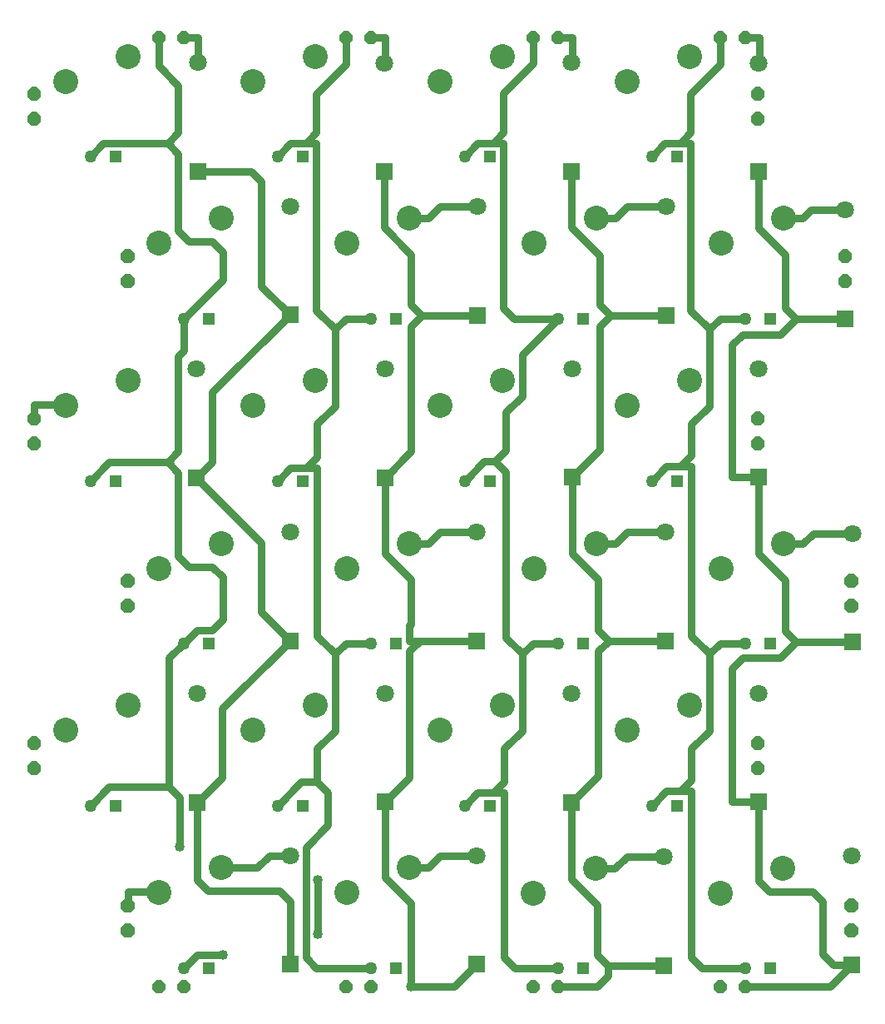
<source format=gbl>
G04 DipTrace 2.1.9.3*
%INBottom.gbr*%
%MOIN*%
%ADD13C,0.03*%
%ADD14C,0.1*%
%ADD15R,0.0709X0.0709*%
%ADD16C,0.0709*%
%ADD17C,0.05*%
%ADD18R,0.05X0.05*%
%ADD19C,0.04*%
%FSLAX44Y44*%
%SFA1B1*%
%OFA0B0*%
G04*
G70*
G90*
G75*
G01*
%LNBottom*%
%LPD*%
X7053Y37503D2*
D13*
Y38500D1*
X6500D1*
X14525Y37475D2*
X14553Y37503D1*
Y38500D1*
X14000D1*
X22025Y37500D2*
X22053Y37528D1*
Y38500D1*
X21500D1*
X29525Y37475D2*
X29553Y37503D1*
Y38500D1*
X29000D1*
X23025Y18250D2*
X23805D1*
X24255Y18700D1*
X25800D1*
X8000Y5275D2*
X9448D1*
X9923Y5750D1*
X10750D1*
X29525Y33125D2*
Y30872D1*
X30590Y29807D1*
Y27680D1*
X31020Y27250D1*
X30386Y26616D1*
X28900D1*
X28470Y26186D1*
Y20900D1*
X29525D1*
Y17823D1*
X30590Y16758D1*
Y14730D1*
X31020Y14300D1*
X30386Y13666D1*
X28900D1*
X28470Y13236D1*
Y7900D1*
X29525D1*
X31020Y27250D2*
X33000D1*
X33275Y1375D2*
X32400Y500D1*
X29000D1*
X29525Y7900D2*
Y4745D1*
X29955Y4315D1*
X31685D1*
X32115Y3885D1*
Y1805D1*
X32545Y1375D1*
X33275D1*
X31020Y14300D2*
X33300D1*
X21500Y500D2*
X23065D1*
X23495Y930D1*
Y1350D1*
X23065Y1780D1*
Y3770D1*
X22025Y4810D1*
Y7875D1*
X22050Y20900D2*
X23160Y22010D1*
Y26945D1*
X23590Y27375D1*
X23160Y27805D1*
Y29772D1*
X22025Y30907D1*
Y33150D1*
X23495Y1350D2*
X25725D1*
X22025Y7875D2*
X23090Y8940D1*
Y13920D1*
X23520Y14350D1*
X23090Y14780D1*
Y16795D1*
X22050Y17835D1*
Y20900D1*
X23590Y27375D2*
X25825D1*
X23520Y14350D2*
X25800D1*
X18225Y1400D2*
X17325Y500D1*
X15590D1*
X14550Y7900D2*
X15530Y8880D1*
Y13920D1*
X15960Y14350D1*
X15530D1*
Y14954D1*
X15590Y15014D1*
Y16795D1*
X14550Y17835D1*
Y20875D1*
X15614Y21939D1*
Y26945D1*
X16044Y27375D1*
X15614Y27805D1*
Y29795D1*
X14525Y30885D1*
Y33125D1*
X16044Y27375D2*
X18275D1*
X15960Y14350D2*
X18225D1*
X15590Y500D2*
Y3820D1*
X14550Y4860D1*
Y7900D1*
X7050Y33150D2*
X9185D1*
X9615Y32720D1*
Y28535D1*
X10750Y27400D1*
X7025Y7875D2*
Y4770D1*
X7455Y4340D1*
X10320D1*
X10750Y3910D1*
Y1400D1*
Y14350D2*
X8030Y11630D1*
Y8880D1*
X7025Y7875D1*
X7000Y20875D2*
X9615Y18260D1*
Y15485D1*
X10750Y14350D1*
Y27400D2*
X7634Y24284D1*
Y21509D1*
X7000Y20875D1*
X15525Y31275D2*
X16305D1*
X16755Y31725D1*
X18275D1*
X23025Y31275D2*
X23805D1*
X24255Y31725D1*
X25825D1*
X30525Y31275D2*
X31305D1*
X31630Y31600D1*
X33000D1*
X15525Y18250D2*
X16305D1*
X16755Y18700D1*
X18225D1*
X30525Y18225D2*
X31305D1*
X31730Y18650D1*
X33300D1*
X15525Y5275D2*
X16305D1*
X16780Y5750D1*
X18225D1*
X23000Y5225D2*
X23780D1*
X24255Y5700D1*
X25725D1*
X1775Y23775D2*
X1747Y23803D1*
X500D1*
Y23250D1*
X5500Y4275D2*
X5472Y4303D1*
X4250D1*
Y3750D1*
X29000Y1250D2*
X27270D1*
X26840Y1680D1*
Y8330D1*
X26410D1*
X26840Y8760D1*
Y10033D1*
X27555Y10748D1*
Y13820D1*
X26840Y14535D1*
Y21330D1*
X26410D1*
X26840Y21760D1*
Y23033D1*
X27555Y23748D1*
Y26820D1*
X26815Y27560D1*
Y34280D1*
X26385D1*
X26815Y34710D1*
Y36249D1*
X28000Y37434D1*
Y38500D1*
X26410Y8330D2*
X25830D1*
X25250Y7750D1*
X26410Y21330D2*
X25830D1*
X25250Y20750D1*
X26385Y34280D2*
X25780D1*
X25250Y33750D1*
X27555Y13820D2*
X27985Y14250D1*
X29000D1*
X27555Y26820D2*
X27985Y27250D1*
X29000D1*
X21500Y1250D2*
X19770D1*
X19340Y1680D1*
Y8280D1*
X18910D1*
X19340Y8710D1*
Y10033D1*
X20055Y10748D1*
Y13820D1*
X19410Y14465D1*
Y21104D1*
X18980Y21534D1*
X19410Y21964D1*
Y23498D1*
X20055Y24143D1*
Y25805D1*
X21500Y27250D1*
X18980Y21534D2*
X18534D1*
X17750Y20750D1*
X18910Y8280D2*
X18280D1*
X17750Y7750D1*
X21500Y27250D2*
X19745D1*
X19315Y27680D1*
Y34280D1*
X18885D1*
X19315Y34710D1*
Y36274D1*
X20500Y37459D1*
Y38500D1*
X20055Y13820D2*
X20485Y14250D1*
X21500D1*
X18885Y34280D2*
X18280D1*
X17750Y33750D1*
X14000Y1250D2*
X11814D1*
X11384Y1680D1*
Y6079D1*
X12270Y6964D1*
Y8280D1*
X11840Y8710D1*
Y10033D1*
X12555Y10748D1*
Y13820D1*
X11840Y14535D1*
Y21280D1*
X11410D1*
X11840Y21710D1*
Y23033D1*
X12555Y23748D1*
Y26820D1*
X11815Y27560D1*
Y34280D1*
X11385D1*
X11815Y34710D1*
Y36249D1*
X13000Y37434D1*
Y38500D1*
X11840Y8710D2*
X11210D1*
X10250Y7750D1*
X11410Y21280D2*
X10780D1*
X10250Y20750D1*
X11385Y34280D2*
X10780D1*
X10250Y33750D1*
X12555Y13820D2*
X12985Y14250D1*
X14000D1*
X12555Y26820D2*
X12985Y27250D1*
X14000D1*
X2750Y20750D2*
X3509Y21509D1*
X5850D1*
X6280Y21939D1*
Y25750D1*
X6500Y25970D1*
Y27250D1*
X5850Y21509D2*
X6280Y21079D1*
Y17745D1*
X6710Y17315D1*
X7635D1*
X8065Y16885D1*
Y15210D1*
X7635Y14780D1*
X7030D1*
X6500Y14250D1*
Y1250D2*
X7030Y1780D1*
X8080D1*
X11864Y4755D2*
Y2610D1*
X6500Y14250D2*
X5911Y13661D1*
Y8509D1*
X3509D1*
X2750Y7750D1*
X6500Y27250D2*
X8065Y28815D1*
Y29910D1*
X7635Y30340D1*
X6710D1*
X6280Y30770D1*
Y33850D1*
X5850Y34280D1*
X6280Y34710D1*
Y36580D1*
X5500Y37360D1*
Y38500D1*
X5850Y34280D2*
X3280D1*
X2750Y33750D1*
X5911Y8509D2*
X6341Y8079D1*
Y6105D1*
D19*
X15590Y500D3*
X8080Y1780D3*
X11864Y2610D3*
Y4755D3*
X6341Y6105D3*
D14*
X1750Y36750D3*
X4250Y37750D3*
X9250Y36750D3*
X11750Y37750D3*
X16750Y36750D3*
X19250Y37750D3*
X24250Y36750D3*
X26750Y37750D3*
D15*
X7050Y33150D3*
D16*
Y37500D3*
D15*
X14525Y33125D3*
D16*
Y37475D3*
D15*
X22025Y33150D3*
D16*
Y37500D3*
D15*
X29525Y33125D3*
D16*
Y37475D3*
D14*
X5500Y30275D3*
X8000Y31275D3*
X13025Y30275D3*
X15525Y31275D3*
X20525Y30275D3*
X23025Y31275D3*
X28025Y30275D3*
X30525Y31275D3*
D15*
X10750Y27400D3*
D16*
Y31750D3*
D15*
X18275Y27375D3*
D16*
Y31725D3*
D15*
X25825Y27375D3*
D16*
Y31725D3*
D15*
X33000Y27250D3*
D16*
Y31600D3*
D14*
X1775Y23775D3*
X4275Y24775D3*
X9275Y23775D3*
X11775Y24775D3*
X16775Y23775D3*
X19275Y24775D3*
X24275Y23775D3*
X26775Y24775D3*
D15*
X7000Y20875D3*
D16*
Y25225D3*
D15*
X14550Y20875D3*
D16*
Y25225D3*
D15*
X22050Y20900D3*
D16*
Y25250D3*
D15*
X29525Y20900D3*
D16*
Y25250D3*
D14*
X5500Y17250D3*
X8000Y18250D3*
X13025Y17250D3*
X15525Y18250D3*
X20525Y17250D3*
X23025Y18250D3*
X28025Y17225D3*
X30525Y18225D3*
D15*
X10750Y14350D3*
D16*
Y18700D3*
D15*
X18225Y14350D3*
D16*
Y18700D3*
D15*
X25800Y14350D3*
D16*
Y18700D3*
D15*
X33300Y14300D3*
D16*
Y18650D3*
D14*
X1775Y10775D3*
X4275Y11775D3*
X9275Y10775D3*
X11775Y11775D3*
X16775Y10775D3*
X19275Y11775D3*
X24275Y10775D3*
X26775Y11775D3*
D15*
X7025Y7875D3*
D16*
Y12225D3*
D15*
X14550Y7900D3*
D16*
Y12250D3*
D15*
X22025Y7875D3*
D16*
Y12225D3*
D15*
X29525Y7900D3*
D16*
Y12250D3*
D14*
X5500Y4275D3*
X8000Y5275D3*
X13025Y4275D3*
X15525Y5275D3*
X20500Y4225D3*
X23000Y5225D3*
X28000Y4250D3*
X30500Y5250D3*
D15*
X10750Y1400D3*
D16*
Y5750D3*
D15*
X18225Y1400D3*
D16*
Y5750D3*
D15*
X25725Y1350D3*
D16*
Y5700D3*
D15*
X33275Y1375D3*
D16*
Y5725D3*
D17*
X2750Y33750D3*
D18*
X3750D3*
D17*
X10250D3*
D18*
X11250D3*
D17*
X17750D3*
D18*
X18750D3*
D17*
X25250D3*
D18*
X26250D3*
D17*
X6500Y27250D3*
D18*
X7500D3*
D17*
X14000D3*
D18*
X15000D3*
D17*
X21500D3*
D18*
X22500D3*
D17*
X29000D3*
D18*
X30000D3*
D17*
X2750Y20750D3*
D18*
X3750D3*
D17*
X10250D3*
D18*
X11250D3*
D17*
X17750D3*
D18*
X18750D3*
D17*
X25250D3*
D18*
X26250D3*
D17*
X6500Y14250D3*
D18*
X7500D3*
D17*
X14000D3*
D18*
X15000D3*
D17*
X21500D3*
D18*
X22500D3*
D17*
X29000D3*
D18*
X30000D3*
D17*
X2750Y7750D3*
D18*
X3750D3*
D17*
X10250D3*
D18*
X11250D3*
D17*
X17750D3*
D18*
X18750D3*
D17*
X25250D3*
D18*
X26250D3*
D17*
X6500Y1250D3*
D18*
X7500D3*
D17*
X14000D3*
D18*
X15000D3*
D17*
X21500D3*
D18*
X22500D3*
D17*
X29000D3*
D18*
X30000D3*
G36*
X613Y35977D2*
X387D1*
X227Y36137D1*
Y36363D1*
X387Y36523D1*
X613D1*
X773Y36363D1*
Y36137D1*
X613Y35977D1*
G37*
G36*
X33113Y29477D2*
X32887D1*
X32727Y29637D1*
Y29863D1*
X32887Y30023D1*
X33113D1*
X33273Y29863D1*
Y29637D1*
X33113Y29477D1*
G37*
G36*
X613Y34977D2*
X387D1*
X227Y35137D1*
Y35363D1*
X387Y35523D1*
X613D1*
X773Y35363D1*
Y35137D1*
X613Y34977D1*
G37*
G36*
X29613Y35977D2*
X29387D1*
X29227Y36137D1*
Y36363D1*
X29387Y36523D1*
X29613D1*
X29773Y36363D1*
Y36137D1*
X29613Y35977D1*
G37*
G36*
Y34977D2*
X29387D1*
X29227Y35137D1*
Y35363D1*
X29387Y35523D1*
X29613D1*
X29773Y35363D1*
Y35137D1*
X29613Y34977D1*
G37*
G36*
X33113Y28477D2*
X32887D1*
X32727Y28637D1*
Y28863D1*
X32887Y29023D1*
X33113D1*
X33273Y28863D1*
Y28637D1*
X33113Y28477D1*
G37*
G36*
X29613Y22977D2*
X29387D1*
X29227Y23137D1*
Y23363D1*
X29387Y23523D1*
X29613D1*
X29773Y23363D1*
Y23137D1*
X29613Y22977D1*
G37*
G36*
Y21977D2*
X29387D1*
X29227Y22137D1*
Y22363D1*
X29387Y22523D1*
X29613D1*
X29773Y22363D1*
Y22137D1*
X29613Y21977D1*
G37*
G36*
X33363Y16477D2*
X33137D1*
X32977Y16637D1*
Y16863D1*
X33137Y17023D1*
X33363D1*
X33523Y16863D1*
Y16637D1*
X33363Y16477D1*
G37*
G36*
Y15477D2*
X33137D1*
X32977Y15637D1*
Y15863D1*
X33137Y16023D1*
X33363D1*
X33523Y15863D1*
Y15637D1*
X33363Y15477D1*
G37*
G36*
X29613Y9977D2*
X29387D1*
X29227Y10137D1*
Y10363D1*
X29387Y10523D1*
X29613D1*
X29773Y10363D1*
Y10137D1*
X29613Y9977D1*
G37*
G36*
Y8977D2*
X29387D1*
X29227Y9137D1*
Y9363D1*
X29387Y9523D1*
X29613D1*
X29773Y9363D1*
Y9137D1*
X29613Y8977D1*
G37*
G36*
X33363Y3477D2*
X33137D1*
X32977Y3637D1*
Y3863D1*
X33137Y4023D1*
X33363D1*
X33523Y3863D1*
Y3637D1*
X33363Y3477D1*
G37*
G36*
Y2477D2*
X33137D1*
X32977Y2637D1*
Y2863D1*
X33137Y3023D1*
X33363D1*
X33523Y2863D1*
Y2637D1*
X33363Y2477D1*
G37*
G36*
X5613Y38227D2*
X5387D1*
X5227Y38387D1*
Y38613D1*
X5387Y38773D1*
X5613D1*
X5773Y38613D1*
Y38387D1*
X5613Y38227D1*
G37*
G36*
X6613D2*
X6387D1*
X6227Y38387D1*
Y38613D1*
X6387Y38773D1*
X6613D1*
X6773Y38613D1*
Y38387D1*
X6613Y38227D1*
G37*
G36*
X13113D2*
X12887D1*
X12727Y38387D1*
Y38613D1*
X12887Y38773D1*
X13113D1*
X13273Y38613D1*
Y38387D1*
X13113Y38227D1*
G37*
G36*
X14113D2*
X13887D1*
X13727Y38387D1*
Y38613D1*
X13887Y38773D1*
X14113D1*
X14273Y38613D1*
Y38387D1*
X14113Y38227D1*
G37*
G36*
X20613D2*
X20387D1*
X20227Y38387D1*
Y38613D1*
X20387Y38773D1*
X20613D1*
X20773Y38613D1*
Y38387D1*
X20613Y38227D1*
G37*
G36*
X21613D2*
X21387D1*
X21227Y38387D1*
Y38613D1*
X21387Y38773D1*
X21613D1*
X21773Y38613D1*
Y38387D1*
X21613Y38227D1*
G37*
G36*
X28113D2*
X27887D1*
X27727Y38387D1*
Y38613D1*
X27887Y38773D1*
X28113D1*
X28273Y38613D1*
Y38387D1*
X28113Y38227D1*
G37*
G36*
X29113D2*
X28887D1*
X28727Y38387D1*
Y38613D1*
X28887Y38773D1*
X29113D1*
X29273Y38613D1*
Y38387D1*
X29113Y38227D1*
G37*
G36*
X28113Y227D2*
X27887D1*
X27727Y387D1*
Y613D1*
X27887Y773D1*
X28113D1*
X28273Y613D1*
Y387D1*
X28113Y227D1*
G37*
G36*
X29113D2*
X28887D1*
X28727Y387D1*
Y613D1*
X28887Y773D1*
X29113D1*
X29273Y613D1*
Y387D1*
X29113Y227D1*
G37*
G36*
X21613D2*
X21387D1*
X21227Y387D1*
Y613D1*
X21387Y773D1*
X21613D1*
X21773Y613D1*
Y387D1*
X21613Y227D1*
G37*
G36*
X20613D2*
X20387D1*
X20227Y387D1*
Y613D1*
X20387Y773D1*
X20613D1*
X20773Y613D1*
Y387D1*
X20613Y227D1*
G37*
G36*
X14113D2*
X13887D1*
X13727Y387D1*
Y613D1*
X13887Y773D1*
X14113D1*
X14273Y613D1*
Y387D1*
X14113Y227D1*
G37*
G36*
X13113D2*
X12887D1*
X12727Y387D1*
Y613D1*
X12887Y773D1*
X13113D1*
X13273Y613D1*
Y387D1*
X13113Y227D1*
G37*
G36*
X6613D2*
X6387D1*
X6227Y387D1*
Y613D1*
X6387Y773D1*
X6613D1*
X6773Y613D1*
Y387D1*
X6613Y227D1*
G37*
G36*
X5613D2*
X5387D1*
X5227Y387D1*
Y613D1*
X5387Y773D1*
X5613D1*
X5773Y613D1*
Y387D1*
X5613Y227D1*
G37*
G36*
X4363Y29477D2*
X4137D1*
X3977Y29637D1*
Y29863D1*
X4137Y30023D1*
X4363D1*
X4523Y29863D1*
Y29637D1*
X4363Y29477D1*
G37*
G36*
Y28477D2*
X4137D1*
X3977Y28637D1*
Y28863D1*
X4137Y29023D1*
X4363D1*
X4523Y28863D1*
Y28637D1*
X4363Y28477D1*
G37*
G36*
X613Y22977D2*
X387D1*
X227Y23137D1*
Y23363D1*
X387Y23523D1*
X613D1*
X773Y23363D1*
Y23137D1*
X613Y22977D1*
G37*
G36*
Y21977D2*
X387D1*
X227Y22137D1*
Y22363D1*
X387Y22523D1*
X613D1*
X773Y22363D1*
Y22137D1*
X613Y21977D1*
G37*
G36*
X4363Y16477D2*
X4137D1*
X3977Y16637D1*
Y16863D1*
X4137Y17023D1*
X4363D1*
X4523Y16863D1*
Y16637D1*
X4363Y16477D1*
G37*
G36*
Y15477D2*
X4137D1*
X3977Y15637D1*
Y15863D1*
X4137Y16023D1*
X4363D1*
X4523Y15863D1*
Y15637D1*
X4363Y15477D1*
G37*
G36*
X613Y9977D2*
X387D1*
X227Y10137D1*
Y10363D1*
X387Y10523D1*
X613D1*
X773Y10363D1*
Y10137D1*
X613Y9977D1*
G37*
G36*
Y8977D2*
X387D1*
X227Y9137D1*
Y9363D1*
X387Y9523D1*
X613D1*
X773Y9363D1*
Y9137D1*
X613Y8977D1*
G37*
G36*
X4363Y3477D2*
X4137D1*
X3977Y3637D1*
Y3863D1*
X4137Y4023D1*
X4363D1*
X4523Y3863D1*
Y3637D1*
X4363Y3477D1*
G37*
G36*
Y2477D2*
X4137D1*
X3977Y2637D1*
Y2863D1*
X4137Y3023D1*
X4363D1*
X4523Y2863D1*
Y2637D1*
X4363Y2477D1*
G37*
M02*

</source>
